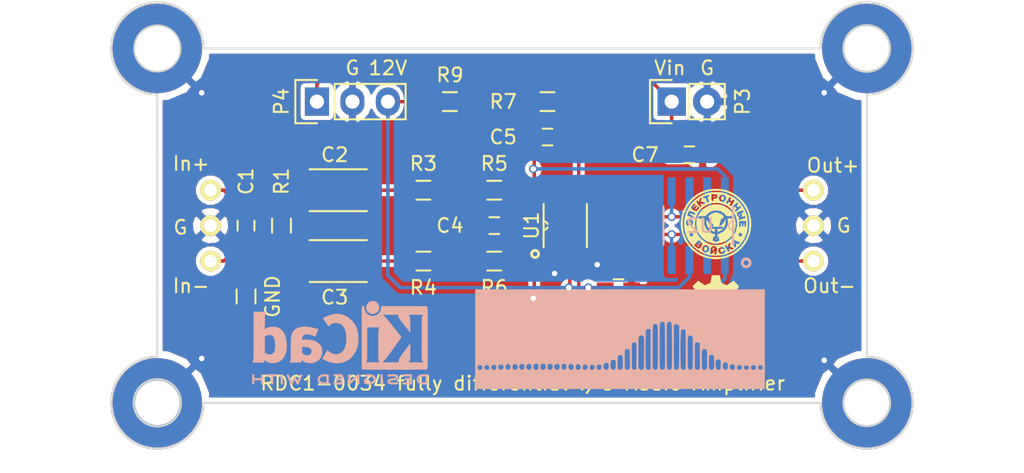
<source format=kicad_pcb>
(kicad_pcb (version 4) (host pcbnew 4.0.5)
  (layers (0 F.Cu signal) (31 B.Cu signal) (34 B.Paste user) (35 F.Paste user) (36 B.SilkS user) (37 F.SilkS user) (38 B.Mask user) (39 F.Mask user) (44 Edge.Cuts user))
  (net 0 "")
  (net 1 "Net-(C1-Pad1)")
  (net 2 "Net-(C1-Pad2)")
  (net 3 "Net-(C2-Pad1)")
  (net 4 "Net-(C3-Pad1)")
  (net 5 "Net-(C4-Pad1)")
  (net 6 "Net-(C5-Pad1)")
  (net 7 GND)
  (net 8 "Net-(C6-Pad2)")
  (net 9 "Net-(C4-Pad2)")
  (net 10 "Net-(C5-Pad2)")
  (net 11 "Net-(C6-Pad1)")
  (net 12 "Net-(C7-Pad2)")
  (net 13 12V)
  (module Capacitors_SMD:C_0603_HandSoldering (layer F.Cu) (at 143.51 76.2 270)
    (fp_text reference C1 (at -3.175 0 270) (layer F.SilkS))
    (fp_text value 1n)
    (pad 1 smd rect (at -0.95 0 270) (size 1.2 0.75) (layers F.Cu F.Paste F.Mask) (net 1 "Net-(C1-Pad1)"))
    (pad 2 smd rect (at 0.95 0 270) (size 1.2 0.75) (layers F.Cu F.Paste F.Mask) (net 2 "Net-(C1-Pad2)"))
  )
  (module Capacitors_Tantalum_SMD:TantalC_SizeB_EIA-3528_Reflow (layer F.Cu) (at 149.86 73.66 180)
    (fp_text reference C2 (at 0 2.54 180) (layer F.SilkS))
    (fp_text value 10uF)
    (pad 2 smd rect (at 1.46 0 180) (size 1.8 2.23) (layers F.Cu F.Paste F.Mask) (net 1 "Net-(C1-Pad1)"))
    (pad 1 smd rect (at -1.46 0 180) (size 1.8 2.23) (layers F.Cu F.Paste F.Mask) (net 3 "Net-(C2-Pad1)"))
  )
  (module Capacitors_Tantalum_SMD:TantalC_SizeB_EIA-3528_Reflow (layer F.Cu) (at 149.86 78.74 180)
    (fp_text reference C3 (at 0 -2.6 180) (layer F.SilkS))
    (fp_text value 10uF)
    (pad 2 smd rect (at 1.46 0 180) (size 1.8 2.23) (layers F.Cu F.Paste F.Mask) (net 2 "Net-(C1-Pad2)"))
    (pad 1 smd rect (at -1.46 0 180) (size 1.8 2.23) (layers F.Cu F.Paste F.Mask) (net 4 "Net-(C3-Pad1)"))
  )
  (module Capacitors_SMD:C_0603_HandSoldering (layer F.Cu) (at 161.29 76.2)
    (fp_text reference C4 (at -3.175 0) (layer F.SilkS))
    (fp_text value 470p)
    (pad 1 smd rect (at -0.95 0) (size 1.2 0.75) (layers F.Cu F.Paste F.Mask) (net 5 "Net-(C4-Pad1)"))
    (pad 2 smd rect (at 0.95 0) (size 1.2 0.75) (layers F.Cu F.Paste F.Mask) (net 9 "Net-(C4-Pad2)"))
  )
  (module Capacitors_SMD:C_0603_HandSoldering (layer F.Cu) (at 165.1 69.85 180)
    (fp_text reference C5 (at 3.175 0 180) (layer F.SilkS))
    (fp_text value 150p)
    (pad 1 smd rect (at -0.95 0 180) (size 1.2 0.75) (layers F.Cu F.Paste F.Mask) (net 6 "Net-(C5-Pad1)"))
    (pad 2 smd rect (at 0.95 0 180) (size 1.2 0.75) (layers F.Cu F.Paste F.Mask) (net 10 "Net-(C5-Pad2)"))
  )
  (module Capacitors_SMD:C_0603_HandSoldering (layer F.Cu) (at 165.1 82.55 180)
    (fp_text reference C6 (at 3.175 0 180) (layer F.SilkS))
    (fp_text value 150p)
    (pad 1 smd rect (at -0.95 0 180) (size 1.2 0.75) (layers F.Cu F.Paste F.Mask) (net 11 "Net-(C6-Pad1)"))
    (pad 2 smd rect (at 0.95 0 180) (size 1.2 0.75) (layers F.Cu F.Paste F.Mask) (net 8 "Net-(C6-Pad2)"))
  )
  (module Capacitors_SMD:C_0603_HandSoldering (layer F.Cu) (at 175.26 71.12 180)
    (fp_text reference C7 (at 3.175 0 180) (layer F.SilkS))
    (fp_text value 0,1)
    (pad 1 smd rect (at -0.95 0 180) (size 1.2 0.75) (layers F.Cu F.Paste F.Mask) (net 7 GND))
    (pad 2 smd rect (at 0.95 0 180) (size 1.2 0.75) (layers F.Cu F.Paste F.Mask) (net 12 "Net-(C7-Pad2)"))
  )
  (module Capacitors_SMD:C_0603_HandSoldering (layer F.Cu) (at 170.18 80.645)
    (fp_text reference C8 (at 0 1.905) (layer F.SilkS))
    (fp_text value 0,1)
    (pad 1 smd rect (at -0.95 0) (size 1.2 0.75) (layers F.Cu F.Paste F.Mask) (net 13 12V))
    (pad 2 smd rect (at 0.95 0) (size 1.2 0.75) (layers F.Cu F.Paste F.Mask) (net 7 GND))
  )
  (module Pin_Headers:Pin_Header_Straight_1x02 (layer F.Cu) (at 173.99 67.31 90)
    (fp_text reference P3 (at 0 5.08 90) (layer F.SilkS))
    (fp_text value CONN_01X02 hide)
    (pad 1 thru_hole rect (at 0 0 90) (size 2.032 2.032) (drill 1.016) (layers *.Cu *.Mask) (net 12 "Net-(C7-Pad2)"))
    (pad 2 thru_hole oval (at 0 2.54 90) (size 2.032 2.032) (drill 1.016) (layers *.Cu *.Mask) (net 7 GND))
  )
  (module Pin_Headers:Pin_Header_Straight_1x03 (layer F.Cu) (at 148.59 67.31 90)
    (fp_text reference P4 (at 0 -2.54 90) (layer F.SilkS))
    (fp_text value CONN_01X03 hide)
    (pad 1 thru_hole rect (at 0 0 90) (size 2.032 1.7272) (drill 1.016) (layers *.Cu *.Mask) (net 12 "Net-(C7-Pad2)"))
    (pad 2 thru_hole oval (at 0 2.54 90) (size 2.032 1.7272) (drill 1.016) (layers *.Cu *.Mask) (net 7 GND))
    (pad 3 thru_hole oval (at 0 5.08 90) (size 2.032 1.7272) (drill 1.016) (layers *.Cu *.Mask) (net 13 12V))
  )
  (module Resistors_SMD:R_0603_HandSoldering (layer F.Cu) (at 146.05 76.2 90)
    (fp_text reference R1 (at 3.175 0 90) (layer F.SilkS))
    (fp_text value 100k)
    (pad 1 smd rect (at -1.1 0 90) (size 1.2 0.9) (layers F.Cu F.Paste F.Mask) (net 2 "Net-(C1-Pad2)"))
    (pad 2 smd rect (at 1.1 0 90) (size 1.2 0.9) (layers F.Cu F.Paste F.Mask) (net 1 "Net-(C1-Pad1)"))
  )
  (module Resistors_SMD:R_0603_HandSoldering (layer F.Cu) (at 143.51 81.28 90)
    (fp_text reference GND (at 0 1.905 90) (layer F.SilkS))
    (fp_text value 0)
    (pad 1 smd rect (at -1.1 0 90) (size 1.2 0.9) (layers F.Cu F.Paste F.Mask) (net 7 GND))
    (pad 2 smd rect (at 1.1 0 90) (size 1.2 0.9) (layers F.Cu F.Paste F.Mask) (net 2 "Net-(C1-Pad2)"))
  )
  (module Resistors_SMD:R_0603_HandSoldering (layer F.Cu) (at 156.21 73.66 180)
    (fp_text reference R3 (at 0 1.905 180) (layer F.SilkS))
    (fp_text value 2k2)
    (pad 1 smd rect (at -1.1 0 180) (size 1.2 0.9) (layers F.Cu F.Paste F.Mask) (net 5 "Net-(C4-Pad1)"))
    (pad 2 smd rect (at 1.1 0 180) (size 1.2 0.9) (layers F.Cu F.Paste F.Mask) (net 3 "Net-(C2-Pad1)"))
  )
  (module Resistors_SMD:R_0603_HandSoldering (layer F.Cu) (at 156.21 78.74 180)
    (fp_text reference R4 (at 0 -1.905 180) (layer F.SilkS))
    (fp_text value 2k2)
    (pad 1 smd rect (at -1.1 0 180) (size 1.2 0.9) (layers F.Cu F.Paste F.Mask) (net 9 "Net-(C4-Pad2)"))
    (pad 2 smd rect (at 1.1 0 180) (size 1.2 0.9) (layers F.Cu F.Paste F.Mask) (net 4 "Net-(C3-Pad1)"))
  )
  (module Resistors_SMD:R_0603_HandSoldering (layer F.Cu) (at 161.29 73.66 180)
    (fp_text reference R5 (at 0 1.905 180) (layer F.SilkS))
    (fp_text value 2k2)
    (pad 1 smd rect (at -1.1 0 180) (size 1.2 0.9) (layers F.Cu F.Paste F.Mask) (net 10 "Net-(C5-Pad2)"))
    (pad 2 smd rect (at 1.1 0 180) (size 1.2 0.9) (layers F.Cu F.Paste F.Mask) (net 5 "Net-(C4-Pad1)"))
  )
  (module Resistors_SMD:R_0603_HandSoldering (layer F.Cu) (at 161.29 78.74 180)
    (fp_text reference R6 (at 0 -1.9 180) (layer F.SilkS))
    (fp_text value 2k2)
    (pad 1 smd rect (at -1.1 0 180) (size 1.2 0.9) (layers F.Cu F.Paste F.Mask) (net 8 "Net-(C6-Pad2)"))
    (pad 2 smd rect (at 1.1 0 180) (size 1.2 0.9) (layers F.Cu F.Paste F.Mask) (net 9 "Net-(C4-Pad2)"))
  )
  (module Resistors_SMD:R_0603_HandSoldering (layer F.Cu) (at 165.1 67.31 180)
    (fp_text reference R7 (at 3.175 0 180) (layer F.SilkS))
    (fp_text value 20k)
    (pad 1 smd rect (at -1.1 0 180) (size 1.2 0.9) (layers F.Cu F.Paste F.Mask) (net 6 "Net-(C5-Pad1)"))
    (pad 2 smd rect (at 1.1 0 180) (size 1.2 0.9) (layers F.Cu F.Paste F.Mask) (net 10 "Net-(C5-Pad2)"))
  )
  (module Resistors_SMD:R_0603_HandSoldering (layer F.Cu) (at 165.1 85.09 180)
    (fp_text reference R8 (at 3.175 0 180) (layer F.SilkS))
    (fp_text value 20k)
    (pad 1 smd rect (at -1.1 0 180) (size 1.2 0.9) (layers F.Cu F.Paste F.Mask) (net 11 "Net-(C6-Pad1)"))
    (pad 2 smd rect (at 1.1 0 180) (size 1.2 0.9) (layers F.Cu F.Paste F.Mask) (net 8 "Net-(C6-Pad2)"))
  )
  (module Resistors_SMD:R_0603_HandSoldering (layer F.Cu) (at 158.115 67.31)
    (fp_text reference R9 (at 0 -1.905) (layer F.SilkS))
    (fp_text value 0)
    (pad 1 smd rect (at -1.1 0) (size 1.2 0.9) (layers F.Cu F.Paste F.Mask) (net 13 12V))
    (pad 2 smd rect (at 1.1 0) (size 1.2 0.9) (layers F.Cu F.Paste F.Mask) (net 12 "Net-(C7-Pad2)"))
  )
  (module SOP65P490X110-9N (layer F.Cu) (at 166.37 76.2 90)
    (fp_text reference U1 (at 0 -2.413 90) (layer F.SilkS))
    (fp_text value OPA1632DGN hide)
    (pad 1 smd rect (at -2.1844 -0.9652 90) (size 1.4224 0.4318) (layers F.Cu F.Paste F.Mask) (net 8 "Net-(C6-Pad2)"))
    (pad 2 smd rect (at -2.1844 -0.3302 90) (size 1.4224 0.4318) (layers F.Cu F.Paste F.Mask))
    (pad 3 smd rect (at -2.1844 0.3302 90) (size 1.4224 0.4318) (layers F.Cu F.Paste F.Mask) (net 13 12V))
    (pad 4 smd rect (at -2.1844 0.9652 90) (size 1.4224 0.4318) (layers F.Cu F.Paste F.Mask) (net 11 "Net-(C6-Pad1)"))
    (pad 5 smd rect (at 2.1844 0.9652 90) (size 1.4224 0.4318) (layers F.Cu F.Paste F.Mask) (net 6 "Net-(C5-Pad1)"))
    (pad 6 smd rect (at 2.1844 0.3302 90) (size 1.4224 0.4318) (layers F.Cu F.Paste F.Mask) (net 7 GND))
    (pad 7 smd rect (at 2.1844 -0.3302 90) (size 1.4224 0.4318) (layers F.Cu F.Paste F.Mask))
    (pad 8 smd rect (at 2.1844 -0.9652 90) (size 1.4224 0.4318) (layers F.Cu F.Paste F.Mask) (net 10 "Net-(C5-Pad2)"))
    (pad 9 smd rect (at 0 0 90) (size 1.5748 1.8796) (layers F.Cu F.Paste F.Mask) (net 7 GND))
  )
  (module SOIC127P600X175-8N (layer B.Cu) (at 175.895 76.2 90)
    (fp_text reference U2 (at 0 0.127 180) (layer B.SilkS) (effects (justify mirror)))
    (fp_text value OPA1632DR hide)
    (pad 1 smd rect (at -2.4638 1.905 90) (size 1.9812 0.5588) (layers B.Cu B.Paste B.Mask) (net 8 "Net-(C6-Pad2)"))
    (pad 2 smd rect (at -2.4638 0.635 90) (size 1.9812 0.5588) (layers B.Cu B.Paste B.Mask))
    (pad 3 smd rect (at -2.4638 -0.635 90) (size 1.9812 0.5588) (layers B.Cu B.Paste B.Mask) (net 13 12V))
    (pad 4 smd rect (at -2.4638 -1.905 90) (size 1.9812 0.5588) (layers B.Cu B.Paste B.Mask) (net 11 "Net-(C6-Pad1)"))
    (pad 5 smd rect (at 2.4638 -1.905 90) (size 1.9812 0.5588) (layers B.Cu B.Paste B.Mask) (net 6 "Net-(C5-Pad1)"))
    (pad 6 smd rect (at 2.4638 -0.635 90) (size 1.9812 0.5588) (layers B.Cu B.Paste B.Mask) (net 7 GND))
    (pad 7 smd rect (at 2.4638 0.635 90) (size 1.9812 0.5588) (layers B.Cu B.Paste B.Mask))
    (pad 8 smd rect (at 2.4638 1.905 90) (size 1.9812 0.5588) (layers B.Cu B.Paste B.Mask) (net 10 "Net-(C5-Pad2)"))
  )
  (module Mounting_Holes:MountingHole_3.2mm_M3_Pad (layer F.Cu) (at 137.16 63.5)
    (fp_text reference REF** hide)
    (fp_text value MountingHole_3.2mm_M3_Pad)
    (pad 1 thru_hole circle (at 0 0) (size 6.4 6.4) (drill 3.2) (layers *.Cu *.Mask) (net 7 GND))
  )
  (module Mounting_Holes:MountingHole_3.2mm_M3_Pad (layer F.Cu) (at 187.96 63.5)
    (fp_text reference REF** hide)
    (fp_text value MountingHole_3.2mm_M3_Pad)
    (pad 1 thru_hole circle (at 0 0) (size 6.4 6.4) (drill 3.2) (layers *.Cu *.Mask) (net 7 GND))
  )
  (module Mounting_Holes:MountingHole_3.2mm_M3_Pad (layer F.Cu) (at 137.16 88.9)
    (fp_text reference REF** hide)
    (fp_text value MountingHole_3.2mm_M3_Pad)
    (pad 1 thru_hole circle (at 0 0) (size 6.4 6.4) (drill 3.2) (layers *.Cu *.Mask) (net 7 GND))
  )
  (module Mounting_Holes:MountingHole_3.2mm_M3_Pad (layer F.Cu) (at 187.96 88.9)
    (fp_text reference REF** hide)
    (fp_text value MountingHole_3.2mm_M3_Pad)
    (pad 1 thru_hole circle (at 0 0) (size 6.4 6.4) (drill 3.2) (layers *.Cu *.Mask) (net 7 GND))
  )
  (module NewComponents:Pin_Header_ring_1x03_mm (layer F.Cu) (at 140.97 73.66)
    (fp_text reference P1 hide)
    (fp_text value CONN_01X03 hide)
    (pad 1 thru_hole circle (at 0 0) (size 1.5 1.5) (drill 0.9) (layers *.Cu *.Mask F.SilkS) (net 1 "Net-(C1-Pad1)"))
    (pad 2 thru_hole circle (at 0 2.54) (size 1.5 1.5) (drill 0.9) (layers *.Cu *.Mask F.SilkS) (net 7 GND))
    (pad 3 thru_hole circle (at 0 5.08) (size 1.5 1.5) (drill 0.9) (layers *.Cu *.Mask F.SilkS) (net 2 "Net-(C1-Pad2)"))
  )
  (module NewComponents:Pin_Header_ring_1x03_mm (layer F.Cu) (at 184.15 73.66)
    (fp_text reference P2 hide)
    (fp_text value CONN_01X03 hide)
    (pad 1 thru_hole circle (at 0 0) (size 1.5 1.5) (drill 0.9) (layers *.Cu *.Mask F.SilkS) (net 6 "Net-(C5-Pad1)"))
    (pad 2 thru_hole circle (at 0 2.54) (size 1.5 1.5) (drill 0.9) (layers *.Cu *.Mask F.SilkS) (net 7 GND))
    (pad 3 thru_hole circle (at 0 5.08) (size 1.5 1.5) (drill 0.9) (layers *.Cu *.Mask F.SilkS) (net 11 "Net-(C6-Pad1)"))
  )
  (module Symbols:EV_5 (layer F.Cu) (at 177.165 76.073)
    (fp_text reference G*** hide)
    (fp_text value LOGO hide)
  )
  (module Symbols:KiCad-Logo2_6mm_SilkScreen (layer B.Cu) (at 150.241 84.582 180)
    (fp_text reference REF*** hide)
    (fp_text value KiCad-Logo2_6mm_SilkScreen hide)
  )
  (module Symbols:oshw_5mm (layer F.Cu) (at 177.165 81.661)
    (fp_text reference G*** hide)
    (fp_text value LOGO hide)
  )
  (module Symbols:graf (layer B.Cu) (at 170.307 84.328 180)
    (fp_text reference G*** hide)
    (fp_text value LOGO hide)
  )
  (gr_circle (center 164.211 78.232) (end 164.465 78.232) (layer F.SilkS) (width 0.2))
  (gr_circle (center 179.324 78.867) (end 179.451 79.121) (layer B.SilkS) (width 0.2))
  (gr_text G (at 186.309 76.2) (layer F.SilkS) (effects (font (size 1 1))))
  (gr_text G (at 138.811 76.327) (layer F.SilkS) (effects (font (size 1 1))))
  (gr_text 12V (at 153.67 64.897) (layer F.SilkS) (effects (font (size 1 1))))
  (gr_text G (at 151.13 64.897) (layer F.SilkS) (effects (font (size 1 1))))
  (gr_text G (at 176.53 64.897) (layer F.SilkS) (effects (font (size 1 1))))
  (gr_text Vin (at 173.863 64.897) (layer F.SilkS) (effects (font (size 1 1))))
  (gr_text Out- (at 185.293 80.518) (layer F.SilkS) (effects (font (size 1 1))))
  (gr_text Out+ (at 185.547 71.882) (layer F.SilkS) (effects (font (size 1 1))))
  (gr_text In- (at 139.573 80.518) (layer F.SilkS) (effects (font (size 1 1))))
  (gr_text In+ (at 139.573 71.755) (layer F.SilkS) (effects (font (size 1 1))))
  (gr_text "RDC1-0034 fully differential I/O Audio Amplifier" (at 163.322 87.503) (layer F.SilkS) (effects (font (size 1 1))))
  (gr_circle (center 187.96 88.9) (end 186.309 89.154) (layer Edge.Cuts) (width 0.15))
  (gr_circle (center 137.16 88.9) (end 138.811 89.281) (layer Edge.Cuts) (width 0.15))
  (gr_circle (center 137.16 63.5) (end 138.684 64.135) (layer Edge.Cuts) (width 0.15))
  (gr_circle (center 187.96 63.5) (end 187.706 65.151) (layer Edge.Cuts) (width 0.15))
  (gr_line (start 140.462 88.9) (end 184.658 88.9) (angle 90) (layer Edge.Cuts) (width 0.15))
  (gr_line (start 137.16 66.802) (end 137.16 85.598) (angle 90) (layer Edge.Cuts) (width 0.15))
  (gr_line (start 184.658 63.5) (end 140.462 63.5) (angle 90) (layer Edge.Cuts) (width 0.15))
  (gr_line (start 187.96 85.598) (end 187.96 66.802) (angle 90) (layer Edge.Cuts) (width 0.15))
  (gr_arc (start 137.16 88.9) (end 133.858 88.9) (angle 90) (layer Edge.Cuts) (width 0.15))
  (gr_arc (start 137.16 88.9) (end 137.16 92.202) (angle 90) (layer Edge.Cuts) (width 0.15))
  (gr_arc (start 137.16 88.9) (end 140.462 88.9) (angle 90) (layer Edge.Cuts) (width 0.15))
  (gr_arc (start 187.96 88.9) (end 187.96 92.202) (angle 90) (layer Edge.Cuts) (width 0.15))
  (gr_arc (start 187.96 88.9) (end 191.262 88.9) (angle 90) (layer Edge.Cuts) (width 0.15))
  (gr_arc (start 187.96 88.9) (end 187.96 85.598) (angle 90) (layer Edge.Cuts) (width 0.15))
  (gr_arc (start 187.96 63.5) (end 191.262 63.5) (angle 90) (layer Edge.Cuts) (width 0.15))
  (gr_arc (start 187.96 63.5) (end 187.96 60.198) (angle 90) (layer Edge.Cuts) (width 0.15))
  (gr_arc (start 187.96 63.5) (end 184.658 63.5) (angle 90) (layer Edge.Cuts) (width 0.15))
  (gr_arc (start 137.16 63.5) (end 137.16 60.198) (angle 90) (layer Edge.Cuts) (width 0.15))
  (gr_arc (start 137.16 63.5) (end 133.858 63.5) (angle 90) (layer Edge.Cuts) (width 0.15))
  (gr_arc (start 137.16 63.5) (end 137.16 66.802) (angle 90) (layer Edge.Cuts) (width 0.15))
  (segment (start 146.05 75.1) (end 146.96 75.1) (width 0.25) (layer F.Cu) (net 1))
  (segment (start 146.96 75.1) (end 148.4 73.66) (width 0.25) (layer F.Cu) (net 1))
  (segment (start 143.51 75.25) (end 145.9 75.25) (width 0.25) (layer F.Cu) (net 1))
  (segment (start 145.9 75.25) (end 146.05 75.1) (width 0.25) (layer F.Cu) (net 1))
  (segment (start 140.97 73.66) (end 141.92 73.66) (width 0.25) (layer F.Cu) (net 1))
  (segment (start 141.92 73.66) (end 143.51 75.25) (width 0.25) (layer F.Cu) (net 1))
  (segment (start 143.51 80.18) (end 143.51 77.15) (width 0.25) (layer F.Cu) (net 2))
  (segment (start 146.05 77.3) (end 146.96 77.3) (width 0.25) (layer F.Cu) (net 2))
  (segment (start 146.96 77.3) (end 148.4 78.74) (width 0.25) (layer F.Cu) (net 2))
  (segment (start 143.51 77.15) (end 145.9 77.15) (width 0.25) (layer F.Cu) (net 2))
  (segment (start 145.9 77.15) (end 146.05 77.3) (width 0.25) (layer F.Cu) (net 2))
  (segment (start 140.97 78.74) (end 141.92 78.74) (width 0.25) (layer F.Cu) (net 2))
  (segment (start 141.92 78.74) (end 143.51 77.15) (width 0.25) (layer F.Cu) (net 2))
  (segment (start 151.32 73.66) (end 155.11 73.66) (width 0.25) (layer F.Cu) (net 3))
  (segment (start 151.32 78.74) (end 155.11 78.74) (width 0.25) (layer F.Cu) (net 4))
  (segment (start 160.19 73.66) (end 160.19 76.05) (width 0.25) (layer F.Cu) (net 5))
  (segment (start 160.19 76.05) (end 160.34 76.2) (width 0.25) (layer F.Cu) (net 5))
  (segment (start 157.31 73.66) (end 160.19 73.66) (width 0.25) (layer F.Cu) (net 5))
  (segment (start 173.99 73.7362) (end 173.99 75.565) (width 0.25) (layer B.Cu) (net 6))
  (via (at 173.99 75.565) (size 0.6) (drill 0.4) (layers F.Cu B.Cu) (net 6))
  (segment (start 184.15 73.66) (end 182.245 73.66) (width 0.25) (layer F.Cu) (net 6))
  (segment (start 168.8846 75.565) (end 167.3352 74.0156) (width 0.25) (layer F.Cu) (net 6))
  (segment (start 180.34 75.565) (end 173.99 75.565) (width 0.25) (layer F.Cu) (net 6))
  (segment (start 173.99 75.565) (end 168.8846 75.565) (width 0.25) (layer F.Cu) (net 6))
  (segment (start 182.245 73.66) (end 180.34 75.565) (width 0.25) (layer F.Cu) (net 6))
  (segment (start 167.3352 74.0156) (end 167.3352 71.1352) (width 0.25) (layer F.Cu) (net 6))
  (segment (start 167.3352 71.1352) (end 166.05 69.85) (width 0.25) (layer F.Cu) (net 6))
  (segment (start 166.2 67.31) (end 166.2 69.7) (width 0.25) (layer F.Cu) (net 6))
  (segment (start 166.2 69.7) (end 166.05 69.85) (width 0.25) (layer F.Cu) (net 6))
  (segment (start 171.13 80.645) (end 171.13 79.06) (width 0.25) (layer F.Cu) (net 7))
  (via (at 165.608 79.629) (size 0.6) (drill 0.4) (layers F.Cu B.Cu) (net 7))
  (segment (start 168.021 79.629) (end 165.608 79.629) (width 0.25) (layer B.Cu) (net 7))
  (segment (start 168.656 78.994) (end 168.021 79.629) (width 0.25) (layer B.Cu) (net 7))
  (via (at 168.656 78.994) (size 0.6) (drill 0.4) (layers F.Cu B.Cu) (net 7))
  (segment (start 171.064 78.994) (end 168.656 78.994) (width 0.25) (layer F.Cu) (net 7))
  (segment (start 171.13 79.06) (end 171.064 78.994) (width 0.25) (layer F.Cu) (net 7))
  (segment (start 137.16 63.5) (end 140.335 66.675) (width 0.25) (layer B.Cu) (net 7))
  (via (at 140.335 66.675) (size 0.6) (drill 0.4) (layers F.Cu B.Cu) (net 7))
  (segment (start 137.16 88.9) (end 140.335 85.725) (width 0.25) (layer F.Cu) (net 7))
  (via (at 140.335 85.725) (size 0.6) (drill 0.4) (layers F.Cu B.Cu) (net 7))
  (segment (start 187.96 88.9) (end 184.912 85.852) (width 0.25) (layer B.Cu) (net 7))
  (via (at 184.912 85.852) (size 0.6) (drill 0.4) (layers F.Cu B.Cu) (net 7))
  (segment (start 187.96 63.5) (end 187.96 63.627) (width 0.25) (layer F.Cu) (net 7))
  (segment (start 187.96 63.627) (end 184.912 66.675) (width 0.25) (layer F.Cu) (net 7))
  (via (at 184.912 66.675) (size 0.6) (drill 0.4) (layers F.Cu B.Cu) (net 7))
  (segment (start 166.37 76.2) (end 166.37 75.565) (width 0.25) (layer F.Cu) (net 7))
  (segment (start 166.37 75.565) (end 166.7002 75.2348) (width 0.25) (layer F.Cu) (net 7))
  (segment (start 166.7002 75.2348) (end 166.7002 74.0156) (width 0.25) (layer F.Cu) (net 7))
  (segment (start 177.8 78.6638) (end 177.8 80.01) (width 0.25) (layer B.Cu) (net 8))
  (segment (start 164.084 81.407) (end 164.15 81.407) (width 0.25) (layer F.Cu) (net 8))
  (via (at 164.084 81.407) (size 0.6) (drill 0.4) (layers F.Cu B.Cu) (net 8))
  (segment (start 176.403 81.407) (end 164.084 81.407) (width 0.25) (layer B.Cu) (net 8))
  (segment (start 177.8 80.01) (end 176.403 81.407) (width 0.25) (layer B.Cu) (net 8))
  (segment (start 164 85.09) (end 164 82.7) (width 0.25) (layer F.Cu) (net 8))
  (segment (start 164 82.7) (end 164.15 82.55) (width 0.25) (layer F.Cu) (net 8))
  (segment (start 164.15 82.55) (end 164.15 81.407) (width 0.25) (layer F.Cu) (net 8))
  (segment (start 164.15 81.407) (end 164.15 79.6392) (width 0.25) (layer F.Cu) (net 8))
  (segment (start 164.15 79.6392) (end 165.4048 78.3844) (width 0.25) (layer F.Cu) (net 8))
  (segment (start 162.39 78.74) (end 165.0492 78.74) (width 0.25) (layer F.Cu) (net 8))
  (segment (start 165.0492 78.74) (end 165.4048 78.3844) (width 0.25) (layer F.Cu) (net 8))
  (segment (start 162.24 76.2) (end 162.24 76.52) (width 0.25) (layer F.Cu) (net 9))
  (segment (start 162.24 76.52) (end 160.19 78.57) (width 0.25) (layer F.Cu) (net 9))
  (segment (start 160.19 78.57) (end 160.19 78.74) (width 0.25) (layer F.Cu) (net 9))
  (segment (start 157.31 78.74) (end 160.19 78.74) (width 0.25) (layer F.Cu) (net 9))
  (segment (start 177.8 73.7362) (end 177.8 72.644) (width 0.25) (layer B.Cu) (net 10))
  (segment (start 164.084 72.136) (end 164.15 72.136) (width 0.25) (layer F.Cu) (net 10))
  (via (at 164.084 72.136) (size 0.6) (drill 0.4) (layers F.Cu B.Cu) (net 10))
  (segment (start 177.292 72.136) (end 164.084 72.136) (width 0.25) (layer B.Cu) (net 10))
  (segment (start 177.8 72.644) (end 177.292 72.136) (width 0.25) (layer B.Cu) (net 10))
  (segment (start 162.39 73.66) (end 165.0492 73.66) (width 0.25) (layer F.Cu) (net 10))
  (segment (start 165.0492 73.66) (end 165.4048 74.0156) (width 0.25) (layer F.Cu) (net 10))
  (segment (start 164.15 69.85) (end 164.15 72.136) (width 0.25) (layer F.Cu) (net 10))
  (segment (start 164.15 72.136) (end 164.15 72.7608) (width 0.25) (layer F.Cu) (net 10))
  (segment (start 164.15 72.7608) (end 165.4048 74.0156) (width 0.25) (layer F.Cu) (net 10))
  (segment (start 164 67.31) (end 164 69.7) (width 0.25) (layer F.Cu) (net 10))
  (segment (start 164 69.7) (end 164.15 69.85) (width 0.25) (layer F.Cu) (net 10))
  (segment (start 173.99 78.6638) (end 173.99 76.835) (width 0.25) (layer B.Cu) (net 11))
  (via (at 173.99 76.835) (size 0.6) (drill 0.4) (layers F.Cu B.Cu) (net 11))
  (segment (start 184.15 78.74) (end 182.245 78.74) (width 0.25) (layer F.Cu) (net 11))
  (segment (start 168.8846 76.835) (end 167.3352 78.3844) (width 0.25) (layer F.Cu) (net 11))
  (segment (start 180.34 76.835) (end 173.99 76.835) (width 0.25) (layer F.Cu) (net 11))
  (segment (start 173.99 76.835) (end 168.8846 76.835) (width 0.25) (layer F.Cu) (net 11))
  (segment (start 182.245 78.74) (end 180.34 76.835) (width 0.25) (layer F.Cu) (net 11))
  (segment (start 167.3352 78.3844) (end 167.3352 81.2648) (width 0.25) (layer F.Cu) (net 11))
  (segment (start 167.3352 81.2648) (end 166.05 82.55) (width 0.25) (layer F.Cu) (net 11))
  (segment (start 166.2 85.09) (end 166.2 82.7) (width 0.25) (layer F.Cu) (net 11))
  (segment (start 166.2 82.7) (end 166.05 82.55) (width 0.25) (layer F.Cu) (net 11))
  (segment (start 148.59 67.31) (end 148.59 66.04) (width 0.25) (layer F.Cu) (net 12))
  (segment (start 149.225 65.405) (end 161.29 65.405) (width 0.25) (layer F.Cu) (net 12))
  (segment (start 148.59 66.04) (end 149.225 65.405) (width 0.25) (layer F.Cu) (net 12))
  (segment (start 159.215 67.31) (end 159.385 67.31) (width 0.25) (layer F.Cu) (net 12))
  (segment (start 159.385 67.31) (end 161.29 65.405) (width 0.25) (layer F.Cu) (net 12))
  (segment (start 161.29 65.405) (end 172.085 65.405) (width 0.25) (layer F.Cu) (net 12))
  (segment (start 172.085 65.405) (end 173.99 67.31) (width 0.25) (layer F.Cu) (net 12))
  (segment (start 173.99 67.31) (end 173.99 70.8) (width 0.25) (layer F.Cu) (net 12))
  (segment (start 173.99 70.8) (end 174.31 71.12) (width 0.25) (layer F.Cu) (net 12))
  (segment (start 153.67 67.31) (end 153.67 79.756) (width 0.25) (layer B.Cu) (net 13))
  (segment (start 154.559 80.645) (end 166.624 80.645) (width 0.25) (layer B.Cu) (net 13))
  (segment (start 153.67 79.756) (end 154.559 80.645) (width 0.25) (layer B.Cu) (net 13))
  (segment (start 169.23 80.645) (end 168.021 80.645) (width 0.25) (layer F.Cu) (net 13))
  (via (at 168.021 80.645) (size 0.6) (drill 0.4) (layers F.Cu B.Cu) (net 13))
  (segment (start 175.26 78.6638) (end 175.26 79.883) (width 0.25) (layer B.Cu) (net 13))
  (segment (start 166.7002 80.5688) (end 166.7002 78.3844) (width 0.25) (layer F.Cu) (net 13))
  (via (at 166.624 80.645) (size 0.6) (drill 0.4) (layers F.Cu B.Cu) (net 13))
  (segment (start 166.624 80.645) (end 166.7002 80.5688) (width 0.25) (layer F.Cu) (net 13))
  (segment (start 174.498 80.645) (end 168.021 80.645) (width 0.25) (layer B.Cu) (net 13))
  (segment (start 168.021 80.645) (end 166.624 80.645) (width 0.25) (layer B.Cu) (net 13))
  (segment (start 175.26 79.883) (end 174.498 80.645) (width 0.25) (layer B.Cu) (net 13))
  (segment (start 153.67 67.31) (end 157.015 67.31) (width 0.25) (layer F.Cu) (net 13))
  (zone (net 7) (net_name GND) (layer F.Cu) (connect_pads (clearance 0.3)) (min_thickness 0.2) (fill yes (arc_segments 16) (thermal_gap 0.5) (thermal_bridge_width 0.5))
    (polygon (pts (xy 187.96 66.802) (xy 187.96 85.598) (xy 184.658 88.9) (xy 140.462 88.9) (xy 137.16 85.598) (xy 137.16 66.802) (xy 140.462 63.5) (xy 184.658 63.5)))
  )
  (zone (net 7) (net_name GND) (layer B.Cu) (connect_pads (clearance 0.3)) (min_thickness 0.2) (fill yes (arc_segments 16) (thermal_gap 0.5) (thermal_bridge_width 0.5))
    (polygon (pts (xy 187.96 66.802) (xy 187.96 85.598) (xy 184.658 88.9) (xy 140.462 88.9) (xy 137.16 85.598) (xy 137.16 66.802) (xy 140.462 63.5) (xy 184.658 63.5)))
  )
)
</source>
